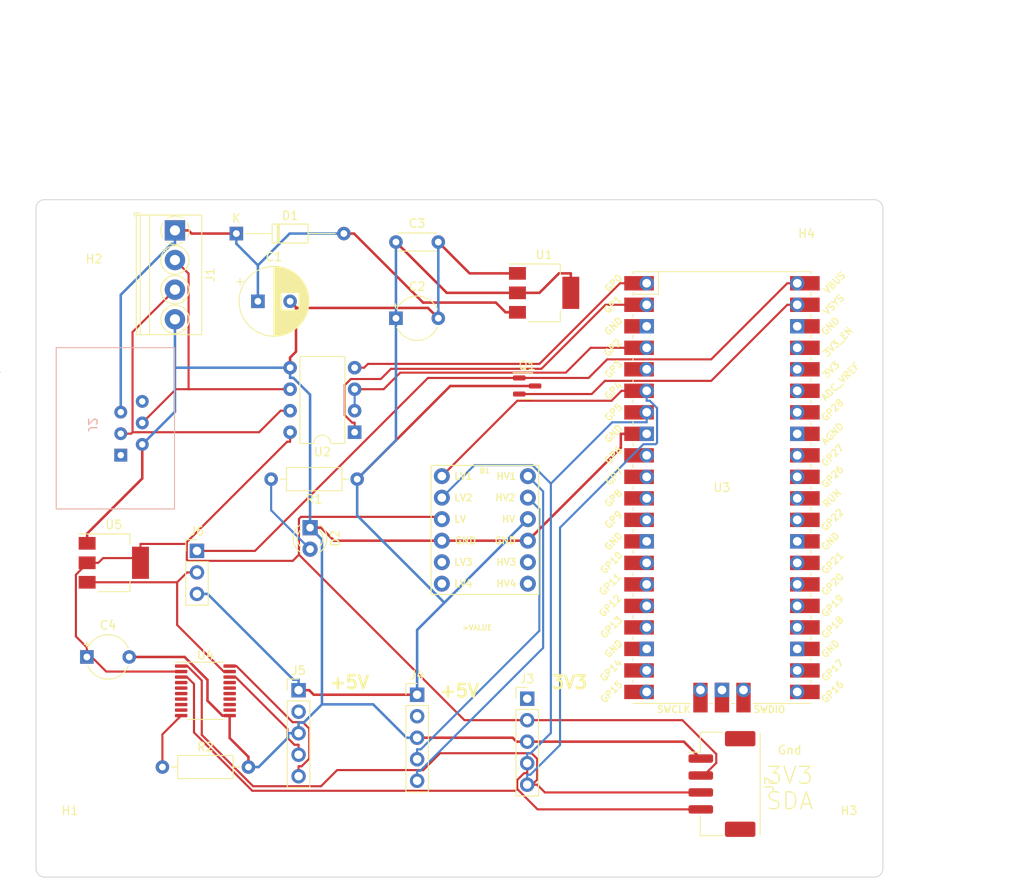
<source format=kicad_pcb>
(kicad_pcb (version 20211014) (generator pcbnew)
  (layers (0 "F.Cu" signal) (31 "B.Cu" signal) (34 "B.Paste" user) (35 "F.Paste" user) (36 "B.SilkS" user "B.Silkscreen") (37 "F.SilkS" user "F.Silkscreen") (38 "B.Mask" user) (39 "F.Mask" user) (44 "Edge.Cuts" user))
  (net 0 "")
  (net 1 "+12V")
  (net 2 "GND")
  (net 3 "+5V")
  (net 4 "Net-(D2-Pad2)")
  (net 5 "/A")
  (net 6 "/B")
  (net 7 "/VBUS")
  (net 8 "/VSYS")
  (net 9 "Net-(U2-Pad1)")
  (net 10 "Net-(U2-Pad2)")
  (net 11 "Net-(U2-Pad4)")
  (net 45 "/SDA5")
  (net 46 "/SCL5")
  (net 47 "/SDA")
  (net 48 "/SCL")
  (net 56 "/SCL5A")
  (net 57 "/SDA5A")
  (net 58 "Net-(R2-Pad1)")
  (net 59 "+3V3")
  (net 72 "/5VInt")
  (footprint "Capacitor_THT:C_Disc_D4.3mm_W1.9mm_P5.00mm" (layer "F.Cu") (at 92.5 55)
    (fp_text reference "C3")
    (fp_text value "100nF")
  )
  (footprint "Resistor_THT:R_Axial_DIN0207_L6.3mm_D2.5mm_P10.16mm_Horizontal" (layer "F.Cu") (at 87.92 83 180)
    (fp_text reference "R1")
    (fp_text value "1K8")
  )
  (footprint "Capacitor_THT:CP_Radial_D8.0mm_P3.80mm" (layer "F.Cu") (at 76.1973 62)
    (fp_text reference "C1")
    (fp_text value "100uF")
  )
  (footprint "Connector_PinHeader_2.54mm:PinHeader_1x05_P2.54mm_Vertical" (layer "F.Cu") (at 108 108.925)
    (fp_text reference "J3")
    (fp_text value "I2C-3.3v")
  )
  (footprint "Resistor_THT:R_Axial_DIN0207_L6.3mm_D2.5mm_P10.16mm_Horizontal" (layer "F.Cu") (at 64.92 117)
    (fp_text reference "R2")
    (fp_text value "10k")
  )
  (footprint "Connector_PinHeader_2.54mm:PinHeader_1x05_P2.54mm_Vertical" (layer "F.Cu") (at 81 107.925)
    (fp_text reference "J5")
    (fp_text value "I2C-5V")
  )
  (footprint "MCU_RaspberryPi_and_Boards:RPi_Pico_SMD_TH" (layer "F.Cu") (at 131 84)
    (fp_text reference "U3")
    (fp_text value "Pico")
  )
  (footprint "MountingHole:MountingHole_3.2mm_M3_ISO7380" (layer "F.Cu") (at 54 126)
    (fp_text reference "H1")
    (fp_text value "tl")
  )
  (footprint "Connector_PinHeader_2.54mm:PinHeader_1x05_P2.54mm_Vertical" (layer "F.Cu") (at 95 108.46)
    (fp_text reference "J4")
    (fp_text value "I2C-5V")
  )
  (footprint "Package_SO:TSSOP-20_4.4x6.5mm_P0.65mm" (layer "F.Cu") (at 70 108)
    (fp_text reference "U4")
    (fp_text value "TXS0108EPW")
  )
  (footprint "Capacitor_THT:CP_Radial_Tantal_D5.0mm_P5.00mm" (layer "F.Cu") (at 92.5 64)
    (fp_text reference "C2")
    (fp_text value "22uF")
  )
  (footprint "LED_THT:LED_D3.0mm" (layer "F.Cu") (at 82.3586 88.7323 -90)
    (fp_text reference "D2")
    (fp_text value "5v")
  )
  (footprint "Package_TO_SOT_SMD:SOT-23" (layer "F.Cu") (at 108 72)
    (fp_text reference "Q1")
    (fp_text value "DMG2305")
  )
  (footprint "Package_DIP:DIP-8_W7.62mm" (layer "F.Cu") (at 87.62 77.46 180)
    (fp_text reference "U2")
    (fp_text value "SP3485CP")
  )
  (footprint "Connector_Molex:Molex_CLIK-Mate_502443-0470_1x04-1MP_P2.00mm_Vertical" (layer "F.Cu") (at 131 119 -90)
    (fp_text reference "J7")
    (fp_text value "Grove Header")
  )
  (footprint "Package_TO_SOT_SMD:SOT-223-3_TabPin2" (layer "F.Cu") (at 59.18 92.88)
    (fp_text reference "U5")
    (fp_text value "AMS1117-3.3")
  )
  (footprint "Package_TO_SOT_SMD:SOT-223-3_TabPin2" (layer "F.Cu") (at 110 61)
    (fp_text reference "U1")
    (fp_text value "AMS1117-5.0")
  )
  (footprint "Boards:SPARKFUN_LOGIC_LEVEL_CONVERTER" (layer "F.Cu") (at 103 89)
    (fp_text reference "B1")
    (fp_text value ">VALUE")
  )
  (footprint "Connector_PinHeader_2.54mm:PinHeader_1x03_P2.54mm_Vertical" (layer "F.Cu") (at 69 91.475)
    (fp_text reference "J6")
    (fp_text value "5V select")
  )
  (footprint "MountingHole:MountingHole_3.2mm_M3_ISO7380" (layer "F.Cu") (at 146 54)
    (fp_text reference "H4")
    (fp_text value "br")
  )
  (footprint "MountingHole:MountingHole_3.2mm_M3_ISO7380" (layer "F.Cu") (at 54 54)
    (fp_text reference "H2")
    (fp_text value "bl")
  )
  (footprint "MountingHole:MountingHole_3.2mm_M3_ISO7380" (layer "F.Cu") (at 146 126)
    (fp_text reference "H3")
    (fp_text value "tr")
  )
  (footprint "TerminalBlock_Phoenix:TerminalBlock_Phoenix_PT-1,5-4-3.5-H_1x04_P3.50mm_Horizontal" (layer "F.Cu") (at 66.4 53.6259 -90)
    (fp_text reference "J1")
    (fp_text value "Xpressnet")
  )
  (footprint "Diode_THT:D_DO-35_SOD27_P12.70mm_Horizontal" (layer "F.Cu") (at 73.65 54)
    (fp_text reference "D1")
    (fp_text value "1N4001")
  )
  (footprint "Capacitor_THT:CP_Radial_Tantal_D5.0mm_P5.00mm" (layer "F.Cu") (at 56 104)
    (fp_text reference "C4")
    (fp_text value "22uF")
  )
  (footprint "Connector_RJ:RJ12_Molex" (layer "B.Cu") (at 60 80.17 90)
    (fp_text reference "J2")
    (fp_text value "RJ12")
  )
  (gr_line (start 146 50) (end 149 50) (layer "Edge.Cuts") (width 0.1))
  (gr_arc (start 149 50) (mid 149.707107 50.292893) (end 150 51) (layer "Edge.Cuts") (width 0.1))
  (gr_line (start 50 51) (end 50 129) (layer "Edge.Cuts") (width 0.1))
  (gr_line (start 51 130) (end 149 130) (layer "Edge.Cuts") (width 0.1))
  (gr_arc (start 150 129) (mid 149.707107 129.707107) (end 149 130) (layer "Edge.Cuts") (width 0.1))
  (gr_arc (start 51 130) (mid 50.292893 129.707107) (end 50 129) (layer "Edge.Cuts") (width 0.1))
  (gr_line (start 150 51) (end 150 129) (layer "Edge.Cuts") (width 0.1))
  (gr_arc (start 50 51) (mid 50.292893 50.292893) (end 51 50) (layer "Edge.Cuts") (width 0.1))
  (gr_line (start 51 50) (end 146 50) (layer "Edge.Cuts") (width 0.1))
  (gr_text "+5V" (at 100 108) (layer "F.SilkS") (effects (font (size 1.5 1.5) (thickness 0.3))))
  (gr_text "+5V" (at 87 107) (layer "F.SilkS") (effects (font (size 1.5 1.5) (thickness 0.3))))
  (gr_text "Gnd\n" (at 139 115) (layer "F.SilkS") (effects (font (size 1 1))))
  (gr_text "3V3" (at 113 107) (layer "F.SilkS") (effects (font (size 1.5 1.5) (thickness 0.3))))
  (gr_text "SDA" (at 139 121) (layer "F.SilkS") (effects (font (size 2 2))))
  (gr_text "3V3" (at 139 118) (layer "F.SilkS") (effects (font (size 2 2))))
  (segment (start 66.4 53.6259) (end 68.0001 53.6259) (width 0.3) (layer "F.Cu") (net 1))
  (segment (start 73.65 54) (end 68.3742 54) (width 0.3) (layer "F.Cu") (net 1))
  (segment (start 87.5501 54) (end 95.7003 62.1502) (width 0.3) (layer "F.Cu") (net 1))
  (segment (start 68.3742 54) (end 68.0001 53.6259) (width 0.3) (layer "F.Cu") (net 1))
  (segment (start 86.35 54) (end 87.5501 54) (width 0.3) (layer "F.Cu") (net 1))
  (segment (start 104.3001 62.1502) (end 105.4499 63.3) (width 0.3) (layer "F.Cu") (net 1))
  (segment (start 106.85 63.3) (end 105.4499 63.3) (width 0.3) (layer "F.Cu") (net 1))
  (segment (start 95.7003 62.1502) (end 104.3001 62.1502) (width 0.3) (layer "F.Cu") (net 1))
  (segment (start 73.65 54) (end 73.65 55.2001) (width 0.3) (layer "B.Cu") (net 1))
  (segment (start 66.4 53.6259) (end 66.4 55.226) (width 0.3) (layer "B.Cu") (net 1))
  (segment (start 60 61.226) (end 66 55.226) (width 0.3) (layer "B.Cu") (net 1))
  (segment (start 66 55.226) (end 66.4 55.226) (width 0.3) (layer "B.Cu") (net 1))
  (segment (start 60 75.09) (end 60 61.226) (width 0.3) (layer "B.Cu") (net 1))
  (segment (start 86.35 54) (end 79.9447 54) (width 0.3) (layer "B.Cu") (net 1))
  (segment (start 79.9447 54) (end 76.1973 57.7474) (width 0.3) (layer "B.Cu") (net 1))
  (segment (start 76.1973 57.7474) (end 76.1973 62) (width 0.3) (layer "B.Cu") (net 1))
  (segment (start 73.65 55.2001) (end 76.1973 57.7474) (width 0.3) (layer "B.Cu") (net 1))
  (segment (start 71.9988 110.925) (end 70.2434 109.1696) (width 0.3) (layer "F.Cu") (net 2))
  (segment (start 80 68.6399) (end 80.6977 67.9422) (width 0.3) (layer "F.Cu") (net 2))
  (segment (start 96.2816 62.7816) (end 97.5 64) (width 0.3) (layer "F.Cu") (net 2))
  (segment (start 85.1964 90.27) (end 83.6587 88.7323) (width 0.3) (layer "F.Cu") (net 2))
  (segment (start 72.8625 110.925) (end 71.9988 110.925) (width 0.3) (layer "F.Cu") (net 2))
  (segment (start 62.54 82.9199) (end 62.54 78.9) (width 0.3) (layer "F.Cu") (net 2))
  (segment (start 97.92 90.27) (end 85.1964 90.27) (width 0.3) (layer "F.Cu") (net 2))
  (segment (start 70.2434 109.1696) (end 70.2434 106.7051) (width 0.3) (layer "F.Cu") (net 2))
  (segment (start 119.0599 79.2901) (end 108.08 90.27) (width 0.3) (layer "F.Cu") (net 2))
  (segment (start 75.08 117) (end 75.08 115.7999) (width 0.3) (layer "F.Cu") (net 2))
  (segment (start 80.6977 62.7004) (end 79.9973 62) (width 0.3) (layer "F.Cu") (net 2))
  (segment (start 101.2 58.7) (end 97.5 55) (width 0.3) (layer "F.Cu") (net 2))
  (segment (start 106.2849 113.54) (end 106.7499 114.005) (width 0.3) (layer "F.Cu") (net 2))
  (segment (start 80 69.84) (end 80 68.6399) (width 0.3) (layer "F.Cu") (net 2))
  (segment (start 80.6977 62.7816) (end 96.2816 62.7816) (width 0.3) (layer "F.Cu") (net 2))
  (segment (start 56.03 90.58) (end 56.03 89.4299) (width 0.3) (layer "F.Cu") (net 2))
  (segment (start 56.03 89.4299) (end 62.54 82.9199) (width 0.3) (layer "F.Cu") (net 2))
  (segment (start 72.8625 110.925) (end 72.8625 113.5824) (width 0.3) (layer "F.Cu") (net 2))
  (segment (start 108 114.005) (end 106.7499 114.005) (width 0.3) (layer "F.Cu") (net 2))
  (segment (start 128.5 116) (end 126.505 114.005) (width 0.3) (layer "F.Cu") (net 2))
  (segment (start 126.505 114.005) (end 108 114.005) (width 0.3) (layer "F.Cu") (net 2))
  (segment (start 108.08 90.27) (end 97.92 90.27) (width 0.3) (layer "F.Cu") (net 2))
  (segment (start 67.5383 104) (end 61 104) (width 0.3) (layer "F.Cu") (net 2))
  (segment (start 80.6977 62.7816) (end 80.6977 62.7004) (width 0.3) (layer "F.Cu") (net 2))
  (segment (start 82.3586 88.7323) (end 83.6587 88.7323) (width 0.3) (layer "F.Cu") (net 2))
  (segment (start 95 113.54) (end 106.2849 113.54) (width 0.3) (layer "F.Cu") (net 2))
  (segment (start 119.0599 77.65) (end 119.0599 79.2901) (width 0.3) (layer "F.Cu") (net 2))
  (segment (start 106.85 58.7) (end 101.2 58.7) (width 0.3) (layer "F.Cu") (net 2))
  (segment (start 70.2434 106.7051) (end 67.5383 104) (width 0.3) (layer "F.Cu") (net 2))
  (segment (start 122.11 77.65) (end 119.0599 77.65) (width 0.3) (layer "F.Cu") (net 2))
  (segment (start 72.8625 113.5824) (end 75.08 115.7999) (width 0.3) (layer "F.Cu") (net 2))
  (segment (start 80.6977 67.9422) (end 80.6977 62.7816) (width 0.3) (layer "F.Cu") (net 2))
  (segment (start 89.8099 109.6) (end 93.7499 113.54) (width 0.3) (layer "B.Cu") (net 2))
  (segment (start 66.4 69.84) (end 78.7999 69.84) (width 0.3) (layer "B.Cu") (net 2))
  (segment (start 83.7603 90.134) (end 83.7603 109.6) (width 0.3) (layer "B.Cu") (net 2))
  (segment (start 75.08 117) (end 76.2801 117) (width 0.3) (layer "B.Cu") (net 2))
  (segment (start 83.7603 109.6) (end 89.8099 109.6) (width 0.3) (layer "B.Cu") (net 2))
  (segment (start 62.54 78.9) (end 66.4 75.04) (width 0.3) (layer "B.Cu") (net 2))
  (segment (start 95 113.54) (end 93.7499 113.54) (width 0.3) (layer "B.Cu") (net 2))
  (segment (start 66.4 75.04) (end 66.4 69.84) (width 0.3) (layer "B.Cu") (net 2))
  (segment (start 79.7499 113.5302) (end 79.7499 113.005) (width 0.3) (layer "B.Cu") (net 2))
  (segment (start 76.2801 117) (end 79.7499 113.5302) (width 0.3) (layer "B.Cu") (net 2))
  (segment (start 97.5 64) (end 97.5 55) (width 0.3) (layer "B.Cu") (net 2))
  (segment (start 66.4 69.84) (end 66.4 64.1259) (width 0.3) (layer "B.Cu") (net 2))
  (segment (start 81 113.005) (end 81 111.7549) (width 0.3) (layer "B.Cu") (net 2))
  (segment (start 82.3586 73.0237) (end 82.3586 88.7323) (width 0.3) (layer "B.Cu") (net 2))
  (segment (start 83.7603 109.6) (end 81.6054 111.7549) (width 0.3) (layer "B.Cu") (net 2))
  (segment (start 81 113.005) (end 79.7499 113.005) (width 0.3) (layer "B.Cu") (net 2))
  (segment (start 80 71.0401) (end 80.375 71.0401) (width 0.3) (layer "B.Cu") (net 2))
  (segment (start 82.3586 88.7323) (end 83.7603 90.134) (width 0.3) (layer "B.Cu") (net 2))
  (segment (start 81.6054 111.7549) (end 81 111.7549) (width 0.3) (layer "B.Cu") (net 2))
  (segment (start 80 69.84) (end 80 71.0401) (width 0.3) (layer "B.Cu") (net 2))
  (segment (start 80 69.84) (end 78.7999 69.84) (width 0.3) (layer "B.Cu") (net 2))
  (segment (start 80.375 71.0401) (end 82.3586 73.0237) (width 0.3) (layer "B.Cu") (net 2))
  (segment (start 82.7851 108.46) (end 82.2501 107.925) (width 0.3) (layer "F.Cu") (net 3))
  (segment (start 111.7499 58.6999) (end 109.4498 61) (width 0.3) (layer "F.Cu") (net 3))
  (segment (start 95 108.46) (end 82.7851 108.46) (width 0.3) (layer "F.Cu") (net 3))
  (segment (start 81 107.925) (end 82.2501 107.925) (width 0.3) (layer "F.Cu") (net 3))
  (segment (start 113.15 58.6999) (end 111.7499 58.6999) (width 0.3) (layer "F.Cu") (net 3))
  (segment (start 106.85 61) (end 98.5 61) (width 0.3) (layer "F.Cu") (net 3))
  (segment (start 98.92 72) (end 108.9375 72) (width 0.3) (layer "F.Cu") (net 3))
  (segment (start 113.15 61) (end 113.15 58.6999) (width 0.3) (layer "F.Cu") (net 3))
  (segment (start 109.4498 61) (end 106.85 61) (width 0.3) (layer "F.Cu") (net 3))
  (segment (start 87.92 83) (end 98.92 72) (width 0.3) (layer "F.Cu") (net 3))
  (segment (start 98.5 61) (end 92.5 55) (width 0.3) (layer "F.Cu") (net 3))
  (segment (start 81 107.925) (end 81 106.6749) (width 0.3) (layer "B.Cu") (net 3))
  (segment (start 70.2501 96.555) (end 80.37 106.6749) (width 0.3) (layer "B.Cu") (net 3))
  (segment (start 87.92 87.2987) (end 87.92 83) (width 0.3) (layer "B.Cu") (net 3))
  (segment (start 87.92 83) (end 92.5 78.42) (width 0.3) (layer "B.Cu") (net 3))
  (segment (start 95 108.46) (end 95 100.81) (width 0.3) (layer "B.Cu") (net 3))
  (segment (start 69 96.555) (end 70.2501 96.555) (width 0.3) (layer "B.Cu") (net 3))
  (segment (start 95 100.81) (end 98.2157 97.5943) (width 0.3) (layer "B.Cu") (net 3))
  (segment (start 92.5 64) (end 92.5 55) (width 0.3) (layer "B.Cu") (net 3))
  (segment (start 80.37 106.6749) (end 81 106.6749) (width 0.3) (layer "B.Cu") (net 3))
  (segment (start 92.5 78.42) (end 92.5 64) (width 0.3) (layer "B.Cu") (net 3))
  (segment (start 98.2157 97.5943) (end 108.08 87.73) (width 0.3) (layer "B.Cu") (net 3))
  (segment (start 98.2157 97.5943) (end 87.92 87.2987) (width 0.3) (layer "B.Cu") (net 3))
  (segment (start 77.76 86.6737) (end 77.76 83) (width 0.25) (layer "B.Cu") (net 4))
  (segment (start 82.3586 91.2723) (end 77.76 86.6737) (width 0.25) (layer "B.Cu") (net 4))
  (segment (start 66.52 72.38) (end 68.0116 72.38) (width 0.25) (layer "F.Cu") (net 5))
  (segment (start 62.54 76.36) (end 66.52 72.38) (width 0.25) (layer "F.Cu") (net 5))
  (segment (start 66.4 57.1259) (end 68.0116 58.7375) (width 0.25) (layer "F.Cu") (net 5))
  (segment (start 68.0116 58.7375) (end 68.0116 72.38) (width 0.25) (layer "F.Cu") (net 5))
  (segment (start 68.0116 72.38) (end 80 72.38) (width 0.25) (layer "F.Cu") (net 5))
  (segment (start 61.3935 77.4606) (end 76.3343 77.4606) (width 0.25) (layer "F.Cu") (net 6))
  (segment (start 61.2241 77.63) (end 61.3935 77.4606) (width 0.25) (layer "F.Cu") (net 6))
  (segment (start 80 74.92) (end 78.8749 74.92) (width 0.25) (layer "F.Cu") (net 6))
  (segment (start 60 77.63) (end 61.2241 77.63) (width 0.25) (layer "F.Cu") (net 6))
  (segment (start 61.3935 65.6324) (end 66.4 60.6259) (width 0.25) (layer "F.Cu") (net 6))
  (segment (start 76.3343 77.4606) (end 78.8749 74.92) (width 0.25) (layer "F.Cu") (net 6))
  (segment (start 61.3935 77.4606) (end 61.3935 65.6324) (width 0.25) (layer "F.Cu") (net 6))
  (segment (start 139.89 59.87) (end 138.7149 59.87) (width 0.25) (layer "F.Cu") (net 7))
  (segment (start 75.8554 91.475) (end 96.2804 71.05) (width 0.25) (layer "F.Cu") (net 7))
  (segment (start 107.0625 71.05) (end 115.2515 71.05) (width 0.25) (layer "F.Cu") (net 7))
  (segment (start 129.7301 68.8548) (end 138.7149 59.87) (width 0.25) (layer "F.Cu") (net 7))
  (segment (start 115.2515 71.05) (end 117.4467 68.8548) (width 0.25) (layer "F.Cu") (net 7))
  (segment (start 69 91.475) (end 75.8554 91.475) (width 0.25) (layer "F.Cu") (net 7))
  (segment (start 117.4467 68.8548) (end 129.7301 68.8548) (width 0.25) (layer "F.Cu") (net 7))
  (segment (start 96.2804 71.05) (end 107.0625 71.05) (width 0.25) (layer "F.Cu") (net 7))
  (segment (start 139.89 62.41) (end 138.7149 62.41) (width 0.25) (layer "F.Cu") (net 8))
  (segment (start 129.73 71.3949) (end 138.7149 62.41) (width 0.25) (layer "F.Cu") (net 8))
  (segment (start 117.1797 71.3949) (end 129.73 71.3949) (width 0.25) (layer "F.Cu") (net 8))
  (segment (start 107.0625 72.95) (end 115.6246 72.95) (width 0.25) (layer "F.Cu") (net 8))
  (segment (start 115.6246 72.95) (end 117.1797 71.3949) (width 0.25) (layer "F.Cu") (net 8))
  (segment (start 90.7147 71.1772) (end 87.175 71.1772) (width 0.25) (layer "F.Cu") (net 9))
  (segment (start 91.9179 69.974) (end 90.7147 71.1772) (width 0.25) (layer "F.Cu") (net 9))
  (segment (start 109.6769 69.974) (end 91.9179 69.974) (width 0.25) (layer "F.Cu") (net 9))
  (segment (start 87.175 71.1772) (end 86.454 71.8982) (width 0.25) (layer "F.Cu") (net 9))
  (segment (start 86.454 71.8982) (end 86.454 75.4502) (width 0.25) (layer "F.Cu") (net 9))
  (segment (start 86.454 75.4502) (end 87.3387 76.3349) (width 0.25) (layer "F.Cu") (net 9))
  (segment (start 87.3387 76.3349) (end 87.62 76.3349) (width 0.25) (layer "F.Cu") (net 9))
  (segment (start 117.2409 62.41) (end 109.6769 69.974) (width 0.25) (layer "F.Cu") (net 9))
  (segment (start 87.62 77.46) (end 87.62 76.3349) (width 0.25) (layer "F.Cu") (net 9))
  (segment (start 122.11 62.41) (end 117.2409 62.41) (width 0.25) (layer "F.Cu") (net 9))
  (segment (start 93.0059 70.4242) (end 91.0501 72.38) (width 0.25) (layer "F.Cu") (net 10))
  (segment (start 91.0501 72.38) (end 87.62 72.38) (width 0.25) (layer "F.Cu") (net 10))
  (segment (start 122.11 67.49) (end 115.4961 67.49) (width 0.25) (layer "F.Cu") (net 10))
  (segment (start 112.5619 70.4242) (end 93.0059 70.4242) (width 0.25) (layer "F.Cu") (net 10))
  (segment (start 115.4961 67.49) (end 112.5619 70.4242) (width 0.25) (layer "F.Cu") (net 10))
  (segment (start 87.62 72.38) (end 87.62 74.92) (width 0.25) (layer "B.Cu") (net 10))
  (segment (start 122.11 59.87) (end 118.9631 59.87) (width 0.25) (layer "F.Cu") (net 11))
  (segment (start 89.1952 69.3899) (end 88.7451 69.84) (width 0.25) (layer "F.Cu") (net 11))
  (segment (start 87.62 69.84) (end 88.7451 69.84) (width 0.25) (layer "F.Cu") (net 11))
  (segment (start 118.9631 59.87) (end 109.4432 69.3899) (width 0.25) (layer "F.Cu") (net 11))
  (segment (start 109.4432 69.3899) (end 89.1952 69.3899) (width 0.25) (layer "F.Cu") (net 11))
  (segment (start 95.3652 117.4449) (end 95 117.4449) (width 0.25) (layer "B.Cu") (net 45))
  (segment (start 95 118.62) (end 95 117.4449) (width 0.25) (layer "B.Cu") (net 45))
  (segment (start 108.08 82.65) (end 109.8802 84.4502) (width 0.25) (layer "B.Cu") (net 45))
  (segment (start 109.8802 102.9299) (end 95.3652 117.4449) (width 0.25) (layer "B.Cu") (net 45))
  (segment (start 109.8802 84.4502) (end 109.8802 102.9299) (width 0.25) (layer "B.Cu") (net 45))
  (segment (start 95 116.08) (end 95 114.9049) (width 0.25) (layer "B.Cu") (net 46))
  (segment (start 109.4301 86.5401) (end 108.08 85.19) (width 0.25) (layer "B.Cu") (net 46))
  (segment (start 109.4301 100.9155) (end 109.4301 86.5401) (width 0.25) (layer "B.Cu") (net 46))
  (segment (start 95.4407 114.9049) (end 109.4301 100.9155) (width 0.25) (layer "B.Cu") (net 46))
  (segment (start 95 114.9049) (end 95.4407 114.9049) (width 0.25) (layer "B.Cu") (net 46))
  (segment (start 95.7248 117.3602) (end 85.5566 117.3602) (width 0.25) (layer "F.Cu") (net 47))
  (segment (start 128.5 120) (end 110.0901 120) (width 0.25) (layer "F.Cu") (net 47))
  (segment (start 106.8249 73.7451) (end 117.9598 73.7451) (width 0.25) (layer "F.Cu") (net 47))
  (segment (start 117.9598 73.7451) (end 119.1349 72.57) (width 0.25) (layer "F.Cu") (net 47))
  (segment (start 69.5688 106.7826) (end 67.8612 105.075) (width 0.25) (layer "F.Cu") (net 47))
  (segment (start 67.8612 105.075) (end 67.1375 105.075) (width 0.25) (layer "F.Cu") (net 47))
  (segment (start 75.6318 119.2659) (end 69.5688 113.2029) (width 0.25) (layer "F.Cu") (net 47))
  (segment (start 97.92 82.65) (end 106.8249 73.7451) (width 0.25) (layer "F.Cu") (net 47))
  (segment (start 122.11 72.57) (end 119.1349 72.57) (width 0.25) (layer "F.Cu") (net 47))
  (segment (start 109.1777 118.4949) (end 109.1777 116.0303) (width 0.25) (layer "F.Cu") (net 47))
  (segment (start 109.1777 116.0303) (end 108.5172 115.3698) (width 0.25) (layer "F.Cu") (net 47))
  (segment (start 97.7152 115.3698) (end 95.7248 117.3602) (width 0.25) (layer "F.Cu") (net 47))
  (segment (start 83.6509 119.2659) (end 75.6318 119.2659) (width 0.25) (layer "F.Cu") (net 47))
  (segment (start 108.5172 115.3698) (end 97.7152 115.3698) (width 0.25) (layer "F.Cu") (net 47))
  (segment (start 110.0901 120) (end 109.1751 119.085) (width 0.25) (layer "F.Cu") (net 47))
  (segment (start 69.5688 113.2029) (end 69.5688 106.7826) (width 0.25) (layer "F.Cu") (net 47))
  (segment (start 108.5876 119.085) (end 109.1777 118.4949) (width 0.25) (layer "F.Cu") (net 47))
  (segment (start 108.5876 119.085) (end 109.1751 119.085) (width 0.25) (layer "F.Cu") (net 47))
  (segment (start 85.5566 117.3602) (end 83.6509 119.2659) (width 0.25) (layer "F.Cu") (net 47))
  (segment (start 108 119.085) (end 108.5876 119.085) (width 0.25) (layer "F.Cu") (net 47))
  (segment (start 123.3352 78.7185) (end 123.1785 78.8752) (width 0.25) (layer "B.Cu") (net 47))
  (segment (start 121.7323 78.8752) (end 111.8774 88.7301) (width 0.25) (layer "B.Cu") (net 47))
  (segment (start 122.11 72.57) (end 122.11 73.7451) (width 0.25) (layer "B.Cu") (net 47))
  (segment (start 122.11 73.7451) (end 122.4772 73.7451) (width 0.25) (layer "B.Cu") (net 47))
  (segment (start 122.4772 73.7451) (end 123.3352 74.6031) (width 0.25) (layer "B.Cu") (net 47))
  (segment (start 111.8774 88.7301) (end 111.8774 114.3977) (width 0.25) (layer "B.Cu") (net 47))
  (segment (start 108 119.085) (end 108 117.9099) (width 0.25) (layer "B.Cu") (net 47))
  (segment (start 111.8774 114.3977) (end 108.3652 117.9099) (width 0.25) (layer "B.Cu") (net 47))
  (segment (start 108.3652 117.9099) (end 108 117.9099) (width 0.25) (layer "B.Cu") (net 47))
  (segment (start 123.1785 78.8752) (end 121.7323 78.8752) (width 0.25) (layer "B.Cu") (net 47))
  (segment (start 123.3352 74.6031) (end 123.3352 78.7185) (width 0.25) (layer "B.Cu") (net 47))
  (segment (start 106.6151 119.8035) (end 75.5328 119.8035) (width 0.25) (layer "F.Cu") (net 48))
  (segment (start 68.6489 107.1928) (end 67.8311 106.375) (width 0.25) (layer "F.Cu") (net 48))
  (segment (start 106.8217 119.5969) (end 109.2248 122) (width 0.25) (layer "F.Cu") (net 48))
  (segment (start 67.8311 106.375) (end 67.1375 106.375) (width 0.25) (layer "F.Cu") (net 48))
  (segment (start 109.2248 122) (end 128.5 122) (width 0.25) (layer "F.Cu") (net 48))
  (segment (start 106.8217 118.5312) (end 106.8217 119.5969) (width 0.25) (layer "F.Cu") (net 48))
  (segment (start 68.6489 112.9196) (end 68.6489 107.1928) (width 0.25) (layer "F.Cu") (net 48))
  (segment (start 75.5328 119.8035) (end 68.6489 112.9196) (width 0.25) (layer "F.Cu") (net 48))
  (segment (start 108 117.7201) (end 107.6328 117.7201) (width 0.25) (layer "F.Cu") (net 48))
  (segment (start 106.8217 119.5969) (end 106.6151 119.8035) (width 0.25) (layer "F.Cu") (net 48))
  (segment (start 107.6328 117.7201) (end 106.8217 118.5312) (width 0.25) (layer "F.Cu") (net 48))
  (segment (start 108 116.545) (end 108 117.7201) (width 0.25) (layer "F.Cu") (net 48))
  (segment (start 122.11 75.11) (end 122.11 76.2851) (width 0.25) (layer "B.Cu") (net 48))
  (segment (start 110.7956 83.5254) (end 110.7956 112.9843) (width 0.25) (layer "B.Cu") (net 48))
  (segment (start 110.7956 112.9843) (end 108.41 115.3699) (width 0.25) (layer "B.Cu") (net 48))
  (segment (start 122.11 76.2851) (end 118.0359 76.2851) (width 0.25) (layer "B.Cu") (net 48))
  (segment (start 101.7612 81.3488) (end 108.619 81.3488) (width 0.25) (layer "B.Cu") (net 48))
  (segment (start 97.92 85.19) (end 101.7612 81.3488) (width 0.25) (layer "B.Cu") (net 48))
  (segment (start 118.0359 76.2851) (end 110.7956 83.5254) (width 0.25) (layer "B.Cu") (net 48))
  (segment (start 108 116.545) (end 108 115.3699) (width 0.25) (layer "B.Cu") (net 48))
  (segment (start 108.619 81.3488) (end 110.7956 83.5254) (width 0.25) (layer "B.Cu") (net 48))
  (segment (start 108.41 115.3699) (end 108 115.3699) (width 0.25) (layer "B.Cu") (net 48))
  (segment (start 79.6852 113.5421) (end 80.513 114.3699) (width 0.25) (layer "F.Cu") (net 56))
  (segment (start 73.5582 106.375) (end 79.6852 112.502) (width 0.25) (layer "F.Cu") (net 56))
  (segment (start 72.8625 106.375) (end 73.5582 106.375) (width 0.25) (layer "F.Cu") (net 56))
  (segment (start 81 115.545) (end 81 114.3699) (width 0.25) (layer "F.Cu") (net 56))
  (segment (start 80.513 114.3699) (end 81 114.3699) (width 0.25) (layer "F.Cu") (net 56))
  (segment (start 79.6852 112.502) (end 79.6852 113.5421) (width 0.25) (layer "F.Cu") (net 56))
  (segment (start 80.2846 111.6996) (end 81.4994 111.6996) (width 0.25) (layer "F.Cu") (net 57))
  (segment (start 82.2566 112.4568) (end 82.2566 116.0185) (width 0.25) (layer "F.Cu") (net 57))
  (segment (start 73.66 105.075) (end 80.2846 111.6996) (width 0.25) (layer "F.Cu") (net 57))
  (segment (start 72.8625 105.075) (end 73.66 105.075) (width 0.25) (layer "F.Cu") (net 57))
  (segment (start 81.4994 111.6996) (end 82.2566 112.4568) (width 0.25) (layer "F.Cu") (net 57))
  (segment (start 81 118.085) (end 81 116.9099) (width 0.25) (layer "F.Cu") (net 57))
  (segment (start 81.3652 116.9099) (end 81 116.9099) (width 0.25) (layer "F.Cu") (net 57))
  (segment (start 82.2566 116.0185) (end 81.3652 116.9099) (width 0.25) (layer "F.Cu") (net 57))
  (segment (start 67.1375 110.925) (end 64.92 113.1425) (width 0.25) (layer "F.Cu") (net 58))
  (segment (start 64.92 113.1425) (end 64.92 117) (width 0.25) (layer "F.Cu") (net 58))
  (segment (start 81.044 87.6964) (end 81.044 91.925) (width 0.25) (layer "F.Cu") (net 59))
  (segment (start 130.3276 116.5137) (end 128.8413 118) (width 0.25) (layer "F.Cu") (net 59))
  (segment (start 54.7048 101.5797) (end 56 102.8749) (width 0.25) (layer "F.Cu") (net 59))
  (segment (start 62.33 92.3237) (end 57.9114 92.3237) (width 0.25) (layer "F.Cu") (net 59))
  (segment (start 97.6471 87.4571) (end 81.2833 87.4571) (width 0.25) (layer "F.Cu") (net 59))
  (segment (start 56 103.4374) (end 56 102.8749) (width 0.25) (layer "F.Cu") (net 59))
  (segment (start 126.3296 111.465) (end 130.3276 115.463) (width 0.25) (layer "F.Cu") (net 59))
  (segment (start 80 77.46) (end 80 78.5851) (width 0.25) (layer "F.Cu") (net 59))
  (segment (start 56.03 92.88) (end 56.58 92.88) (width 0.25) (layer "F.Cu") (net 59))
  (segment (start 81.044 91.925) (end 100.584 111.465) (width 0.25) (layer "F.Cu") (net 59))
  (segment (start 62.33 92.88) (end 62.33 92.3237) (width 0.25) (layer "F.Cu") (net 59))
  (segment (start 56.58 92.88) (end 57.3551 92.88) (width 0.25) (layer "F.Cu") (net 59))
  (segment (start 128.8413 118) (end 128.5 118) (width 0.25) (layer "F.Cu") (net 59))
  (segment (start 81.2833 87.4571) (end 81.044 87.6964) (width 0.25) (layer "F.Cu") (net 59))
  (segment (start 67.8002 92.5255) (end 67.8002 90.6549) (width 0.25) (layer "F.Cu") (net 59))
  (segment (start 57.9114 92.3237) (end 57.3551 92.88) (width 0.25) (layer "F.Cu") (net 59))
  (segment (start 67.8002 90.4352) (end 79.6503 78.5851) (width 0.25) (layer "F.Cu") (net 59))
  (segment (start 130.3276 115.463) (end 130.3276 116.5137) (width 0.25) (layer "F.Cu") (net 59))
  (segment (start 56.1173 92.88) (end 54.7048 94.2925) (width 0.25) (layer "F.Cu") (net 59))
  (segment (start 62.33 92.3237) (end 62.33 90.6549) (width 0.25) (layer "F.Cu") (net 59))
  (segment (start 67.8002 90.6549) (end 62.33 90.6549) (width 0.25) (layer "F.Cu") (net 59))
  (segment (start 108 111.465) (end 126.3296 111.465) (width 0.25) (layer "F.Cu") (net 59))
  (segment (start 81.044 91.925) (end 80.3188 92.6502) (width 0.25) (layer "F.Cu") (net 59))
  (segment (start 67.9249 92.6502) (end 67.8002 92.5255) (width 0.25) (layer "F.Cu") (net 59))
  (segment (start 56 103.4374) (end 58.2876 105.725) (width 0.25) (layer "F.Cu") (net 59))
  (segment (start 67.8002 90.6549) (end 67.8002 90.4352) (width 0.25) (layer "F.Cu") (net 59))
  (segment (start 108 111.465) (end 106.8249 111.465) (width 0.25) (layer "F.Cu") (net 59))
  (segment (start 54.7048 94.2925) (end 54.7048 101.5797) (width 0.25) (layer "F.Cu") (net 59))
  (segment (start 100.584 111.465) (end 106.8249 111.465) (width 0.25) (layer "F.Cu") (net 59))
  (segment (start 58.2876 105.725) (end 67.1375 105.725) (width 0.25) (layer "F.Cu") (net 59))
  (segment (start 56 104) (end 56 103.4374) (width 0.25) (layer "F.Cu") (net 59))
  (segment (start 56.58 92.88) (end 56.1173 92.88) (width 0.25) (layer "F.Cu") (net 59))
  (segment (start 80.3188 92.6502) (end 67.9249 92.6502) (width 0.25) (layer "F.Cu") (net 59))
  (segment (start 79.6503 78.5851) (end 80 78.5851) (width 0.25) (layer "F.Cu") (net 59))
  (segment (start 97.92 87.73) (end 97.6471 87.4571) (width 0.25) (layer "F.Cu") (net 59))
  (segment (start 69 94.015) (end 67.8249 94.015) (width 0.25) (layer "F.Cu") (net 72))
  (segment (start 66.6599 95.18) (end 66.6599 100.2271) (width 0.25) (layer "F.Cu") (net 72))
  (segment (start 66.6599 100.2271) (end 72.1578 105.725) (width 0.25) (layer "F.Cu") (net 72))
  (segment (start 72.1578 105.725) (end 72.8625 105.725) (width 0.25) (layer "F.Cu") (net 72))
  (segment (start 56.03 95.18) (end 66.6599 95.18) (width 0.25) (layer "F.Cu") (net 72))
  (segment (start 66.6599 95.18) (end 67.8249 94.015) (width 0.25) (layer "F.Cu") (net 72))
)
</source>
